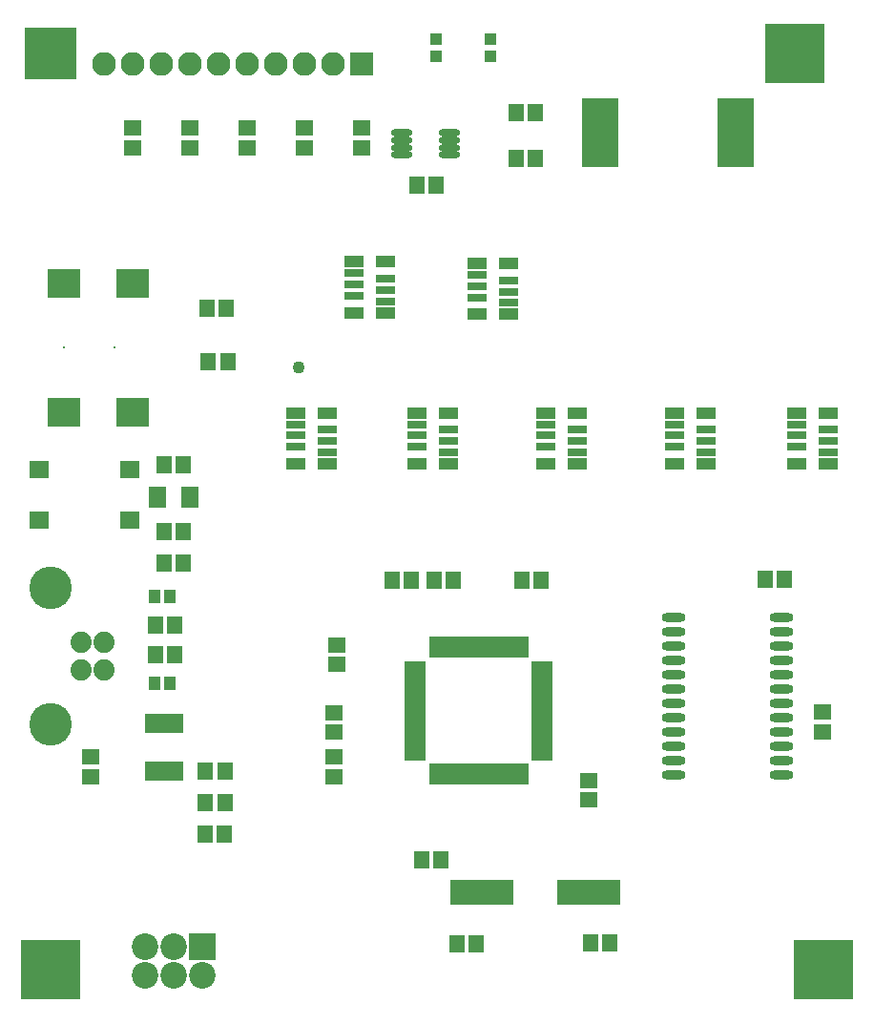
<source format=gts>
G04 Layer_Color=8388736*
%FSAX24Y24*%
%MOIN*%
G70*
G01*
G75*
%ADD49R,0.3460X0.0770*%
%ADD50R,0.0770X0.3460*%
%ADD51R,0.0669X0.0039*%
%ADD52R,0.0669X0.0039*%
%ADD53R,0.0533X0.0631*%
%ADD54O,0.0828X0.0316*%
%ADD55R,0.0552X0.0631*%
%ADD56R,0.0631X0.0533*%
%ADD57R,0.1340X0.0671*%
%ADD58R,0.0639X0.0525*%
%ADD59R,0.0434X0.0474*%
%ADD60R,0.0525X0.0639*%
%ADD61R,0.0631X0.0552*%
%ADD62R,0.2245X0.0867*%
%ADD63R,0.0592X0.0749*%
%ADD64R,0.1182X0.1025*%
%ADD65R,0.0533X0.0612*%
%ADD66O,0.0297X0.0769*%
%ADD67O,0.0769X0.0297*%
%ADD68R,0.0671X0.0316*%
%ADD69R,0.0671X0.0395*%
%ADD70R,0.1261X0.2442*%
%ADD71R,0.0395X0.0395*%
%ADD72R,0.0710X0.0631*%
%ADD73O,0.0749X0.0257*%
%ADD74R,0.2080X0.2080*%
%ADD75R,0.1830X0.1830*%
%ADD76R,0.0930X0.0930*%
%ADD77C,0.0930*%
%ADD78R,0.0080X0.0080*%
%ADD79R,0.0830X0.0830*%
%ADD80C,0.0830*%
%ADD81C,0.1490*%
%ADD82C,0.0742*%
%ADD83C,0.0430*%
D49*
X026450Y022775D02*
D03*
Y018325D02*
D03*
D50*
X028675Y020550D02*
D03*
X024225D02*
D03*
D51*
X023200Y034673D02*
D03*
X027502Y034617D02*
D03*
X020050Y030733D02*
D03*
X024300Y030733D02*
D03*
X033300Y030733D02*
D03*
X037550Y030733D02*
D03*
X028800Y030733D02*
D03*
D52*
X022098Y036011D02*
D03*
X026400Y035955D02*
D03*
X021152Y029395D02*
D03*
X025402D02*
D03*
X034402D02*
D03*
X038652D02*
D03*
X029902D02*
D03*
D53*
X017694Y032750D02*
D03*
X017006D02*
D03*
X017644Y034600D02*
D03*
X016956D02*
D03*
X015456Y029150D02*
D03*
X016144D02*
D03*
X028444Y039850D02*
D03*
X027756D02*
D03*
X028444Y041450D02*
D03*
X027756D02*
D03*
D54*
X037020Y019300D02*
D03*
Y019800D02*
D03*
Y020300D02*
D03*
Y020800D02*
D03*
Y021300D02*
D03*
Y021800D02*
D03*
Y022300D02*
D03*
Y022800D02*
D03*
Y023300D02*
D03*
Y023800D02*
D03*
X033280Y019300D02*
D03*
Y019800D02*
D03*
Y020300D02*
D03*
Y020800D02*
D03*
Y021300D02*
D03*
Y021800D02*
D03*
Y022300D02*
D03*
Y022800D02*
D03*
Y023300D02*
D03*
Y023800D02*
D03*
Y018300D02*
D03*
Y018800D02*
D03*
X037020D02*
D03*
Y018300D02*
D03*
D55*
X024100Y025100D02*
D03*
X023431D02*
D03*
X025569D02*
D03*
X024900D02*
D03*
X017585Y017350D02*
D03*
X016915D02*
D03*
X016900Y016250D02*
D03*
X017569D02*
D03*
X025135Y015350D02*
D03*
X024465D02*
D03*
X037135Y025150D02*
D03*
X036465D02*
D03*
X030365Y012450D02*
D03*
X031035D02*
D03*
X026369Y012400D02*
D03*
X025700D02*
D03*
X015465Y025700D02*
D03*
X016135D02*
D03*
X015465Y026800D02*
D03*
X016135D02*
D03*
X024300Y038900D02*
D03*
X024969D02*
D03*
X027950Y025100D02*
D03*
X028619D02*
D03*
D56*
X020350Y040206D02*
D03*
Y040894D02*
D03*
X038450Y019806D02*
D03*
Y020494D02*
D03*
X014350Y040206D02*
D03*
Y040894D02*
D03*
X018350Y040211D02*
D03*
Y040900D02*
D03*
X016350Y040211D02*
D03*
Y040900D02*
D03*
X022350Y040894D02*
D03*
Y040206D02*
D03*
D57*
X015450Y020104D02*
D03*
Y018450D02*
D03*
D58*
X012900Y018948D02*
D03*
Y018252D02*
D03*
X021400Y018253D02*
D03*
Y018950D02*
D03*
D59*
X015144Y021500D02*
D03*
X015656D02*
D03*
X015656Y024550D02*
D03*
X015144D02*
D03*
D60*
X016902Y018450D02*
D03*
X017598D02*
D03*
D61*
X021500Y022181D02*
D03*
Y022850D02*
D03*
X030300Y017431D02*
D03*
Y018100D02*
D03*
X021400Y020485D02*
D03*
Y019815D02*
D03*
D62*
X030290Y014200D02*
D03*
X026550D02*
D03*
D63*
X015249Y028000D02*
D03*
X016351D02*
D03*
D64*
X014370Y030984D02*
D03*
X011968D02*
D03*
X014370Y035472D02*
D03*
X011968D02*
D03*
D65*
X015156Y023550D02*
D03*
Y022500D02*
D03*
X015844Y023550D02*
D03*
Y022500D02*
D03*
D66*
X024875Y022774D02*
D03*
X025190D02*
D03*
X025505D02*
D03*
X025820D02*
D03*
X026135D02*
D03*
X026450D02*
D03*
X026765D02*
D03*
X027080D02*
D03*
X027395D02*
D03*
X027710D02*
D03*
X028025D02*
D03*
Y018326D02*
D03*
X027710D02*
D03*
X027395D02*
D03*
X027080D02*
D03*
X026765D02*
D03*
X026450D02*
D03*
X026135D02*
D03*
X025820D02*
D03*
X025505D02*
D03*
X025190D02*
D03*
X024875D02*
D03*
D67*
X028674Y022125D02*
D03*
Y021810D02*
D03*
Y021495D02*
D03*
Y021180D02*
D03*
Y020865D02*
D03*
Y020550D02*
D03*
Y020235D02*
D03*
Y019920D02*
D03*
Y019605D02*
D03*
Y019290D02*
D03*
Y018975D02*
D03*
X024226D02*
D03*
Y019290D02*
D03*
Y019605D02*
D03*
Y019920D02*
D03*
Y020235D02*
D03*
Y020550D02*
D03*
Y020865D02*
D03*
Y021180D02*
D03*
Y021495D02*
D03*
Y021810D02*
D03*
Y022125D02*
D03*
D68*
X022098Y035834D02*
D03*
X023200Y035637D02*
D03*
X022098Y035441D02*
D03*
X023200Y035244D02*
D03*
X022098Y035047D02*
D03*
X023200Y034850D02*
D03*
X027502Y034794D02*
D03*
X026400Y034991D02*
D03*
X027502Y035187D02*
D03*
X026400Y035384D02*
D03*
X027502Y035581D02*
D03*
X026400Y035778D02*
D03*
X020050Y030556D02*
D03*
X021152Y030359D02*
D03*
X020050Y030163D02*
D03*
X021152Y029966D02*
D03*
X020050Y029769D02*
D03*
X021152Y029572D02*
D03*
X025402D02*
D03*
X024300Y029769D02*
D03*
X025402Y029966D02*
D03*
X024300Y030163D02*
D03*
X025402Y030359D02*
D03*
X024300Y030556D02*
D03*
X034402Y029572D02*
D03*
X033300Y029769D02*
D03*
X034402Y029966D02*
D03*
X033300Y030163D02*
D03*
X034402Y030359D02*
D03*
X033300Y030556D02*
D03*
X037550D02*
D03*
X038652Y030359D02*
D03*
X037550Y030163D02*
D03*
X038652Y029966D02*
D03*
X037550Y029769D02*
D03*
X038652Y029572D02*
D03*
X028800Y030556D02*
D03*
X029902Y030359D02*
D03*
X028800Y030163D02*
D03*
X029902Y029966D02*
D03*
X028800Y029769D02*
D03*
X029902Y029572D02*
D03*
D69*
X023200Y036228D02*
D03*
X022098D02*
D03*
Y034456D02*
D03*
X023200D02*
D03*
X027502Y034400D02*
D03*
X026400D02*
D03*
Y036172D02*
D03*
X027502D02*
D03*
X020050Y030950D02*
D03*
X021152D02*
D03*
Y029178D02*
D03*
X020050D02*
D03*
X024300D02*
D03*
X025402D02*
D03*
Y030950D02*
D03*
X024300D02*
D03*
X033300Y029178D02*
D03*
X034402D02*
D03*
Y030950D02*
D03*
X033300D02*
D03*
X037550D02*
D03*
X038652D02*
D03*
Y029178D02*
D03*
X037550D02*
D03*
X028800Y030950D02*
D03*
X029902D02*
D03*
Y029178D02*
D03*
X028800D02*
D03*
D70*
X030698Y040730D02*
D03*
X035422D02*
D03*
D71*
X024950Y044000D02*
D03*
Y043409D02*
D03*
X026850Y044000D02*
D03*
Y043409D02*
D03*
D72*
X011100Y027200D02*
D03*
X014250D02*
D03*
Y028972D02*
D03*
X011100D02*
D03*
D73*
X023773Y040734D02*
D03*
Y040478D02*
D03*
Y040222D02*
D03*
Y039966D02*
D03*
X025427Y040734D02*
D03*
Y040478D02*
D03*
Y040222D02*
D03*
Y039966D02*
D03*
D74*
X011500Y011500D02*
D03*
X038500D02*
D03*
X037500Y043500D02*
D03*
D75*
X011500D02*
D03*
D76*
X016800Y012300D02*
D03*
D77*
Y011300D02*
D03*
X015800Y012300D02*
D03*
Y011300D02*
D03*
X014800Y012300D02*
D03*
Y011300D02*
D03*
D78*
X013740Y033228D02*
D03*
X011968D02*
D03*
D79*
X022350Y043150D02*
D03*
D80*
X021350D02*
D03*
X020350D02*
D03*
X019350D02*
D03*
X018350D02*
D03*
X017350D02*
D03*
X016350D02*
D03*
X015350D02*
D03*
X014350D02*
D03*
X013350D02*
D03*
D81*
X011500Y020091D02*
D03*
Y024831D02*
D03*
D82*
X013354Y021969D02*
D03*
Y022953D02*
D03*
X012567D02*
D03*
Y021969D02*
D03*
D83*
X020150Y032550D02*
D03*
M02*

</source>
